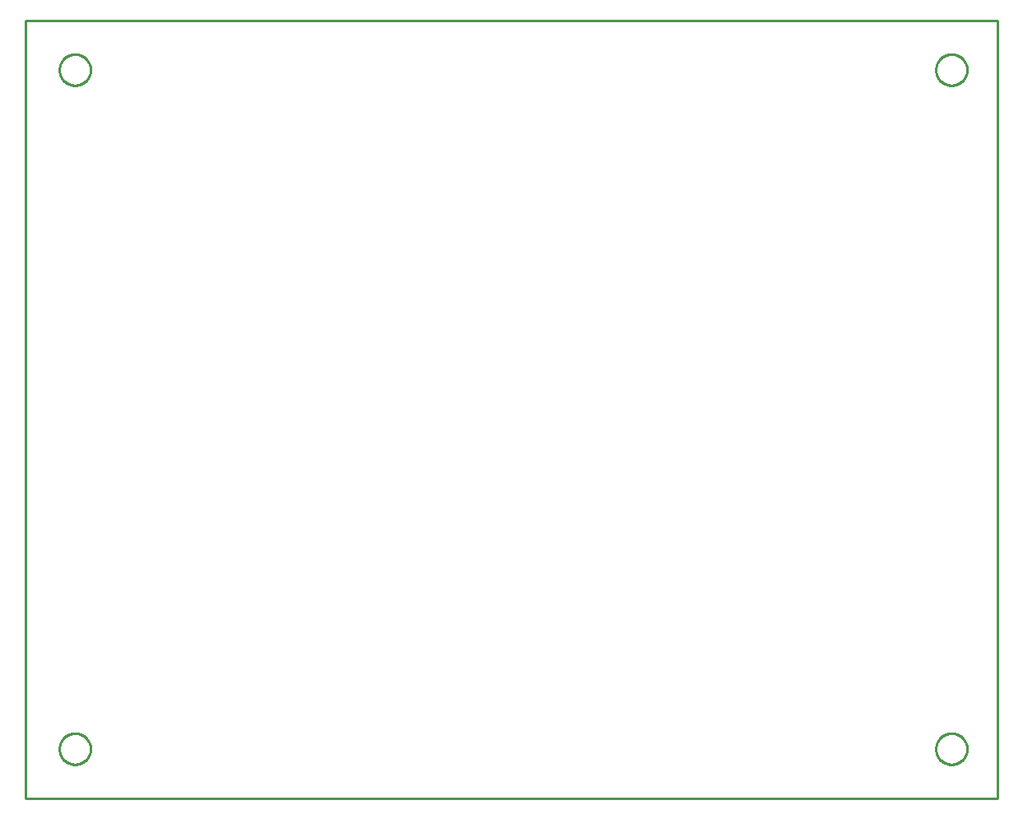
<source format=gbr>
G04 EAGLE Gerber RS-274X export*
G75*
%MOMM*%
%FSLAX34Y34*%
%LPD*%
%IN*%
%IPPOS*%
%AMOC8*
5,1,8,0,0,1.08239X$1,22.5*%
G01*
%ADD10C,0.254000*%


D10*
X0Y0D02*
X1000000Y0D01*
X1000000Y800000D01*
X0Y800000D01*
X0Y0D01*
X66800Y748776D02*
X66732Y747731D01*
X66595Y746692D01*
X66390Y745665D01*
X66119Y744653D01*
X65783Y743661D01*
X65382Y742693D01*
X64918Y741754D01*
X64395Y740846D01*
X63813Y739975D01*
X63175Y739144D01*
X62484Y738357D01*
X61743Y737616D01*
X60956Y736925D01*
X60125Y736288D01*
X59254Y735706D01*
X58346Y735182D01*
X57407Y734718D01*
X56439Y734317D01*
X55447Y733981D01*
X54435Y733710D01*
X53408Y733505D01*
X52369Y733369D01*
X51324Y733300D01*
X50276Y733300D01*
X49231Y733369D01*
X48192Y733505D01*
X47165Y733710D01*
X46153Y733981D01*
X45161Y734317D01*
X44193Y734718D01*
X43254Y735182D01*
X42346Y735706D01*
X41475Y736288D01*
X40644Y736925D01*
X39857Y737616D01*
X39116Y738357D01*
X38425Y739144D01*
X37788Y739975D01*
X37206Y740846D01*
X36682Y741754D01*
X36218Y742693D01*
X35817Y743661D01*
X35481Y744653D01*
X35210Y745665D01*
X35005Y746692D01*
X34869Y747731D01*
X34800Y748776D01*
X34800Y749824D01*
X34869Y750869D01*
X35005Y751908D01*
X35210Y752935D01*
X35481Y753947D01*
X35817Y754939D01*
X36218Y755907D01*
X36682Y756846D01*
X37206Y757754D01*
X37788Y758625D01*
X38425Y759456D01*
X39116Y760243D01*
X39857Y760984D01*
X40644Y761675D01*
X41475Y762313D01*
X42346Y762895D01*
X43254Y763418D01*
X44193Y763882D01*
X45161Y764283D01*
X46153Y764619D01*
X47165Y764890D01*
X48192Y765095D01*
X49231Y765232D01*
X50276Y765300D01*
X51324Y765300D01*
X52369Y765232D01*
X53408Y765095D01*
X54435Y764890D01*
X55447Y764619D01*
X56439Y764283D01*
X57407Y763882D01*
X58346Y763418D01*
X59254Y762895D01*
X60125Y762313D01*
X60956Y761675D01*
X61743Y760984D01*
X62484Y760243D01*
X63175Y759456D01*
X63813Y758625D01*
X64395Y757754D01*
X64918Y756846D01*
X65382Y755907D01*
X65783Y754939D01*
X66119Y753947D01*
X66390Y752935D01*
X66595Y751908D01*
X66732Y750869D01*
X66800Y749824D01*
X66800Y748776D01*
X968500Y748776D02*
X968432Y747731D01*
X968295Y746692D01*
X968090Y745665D01*
X967819Y744653D01*
X967483Y743661D01*
X967082Y742693D01*
X966618Y741754D01*
X966095Y740846D01*
X965513Y739975D01*
X964875Y739144D01*
X964184Y738357D01*
X963443Y737616D01*
X962656Y736925D01*
X961825Y736288D01*
X960954Y735706D01*
X960046Y735182D01*
X959107Y734718D01*
X958139Y734317D01*
X957147Y733981D01*
X956135Y733710D01*
X955108Y733505D01*
X954069Y733369D01*
X953024Y733300D01*
X951976Y733300D01*
X950931Y733369D01*
X949892Y733505D01*
X948865Y733710D01*
X947853Y733981D01*
X946861Y734317D01*
X945893Y734718D01*
X944954Y735182D01*
X944046Y735706D01*
X943175Y736288D01*
X942344Y736925D01*
X941557Y737616D01*
X940816Y738357D01*
X940125Y739144D01*
X939488Y739975D01*
X938906Y740846D01*
X938382Y741754D01*
X937918Y742693D01*
X937517Y743661D01*
X937181Y744653D01*
X936910Y745665D01*
X936705Y746692D01*
X936569Y747731D01*
X936500Y748776D01*
X936500Y749824D01*
X936569Y750869D01*
X936705Y751908D01*
X936910Y752935D01*
X937181Y753947D01*
X937517Y754939D01*
X937918Y755907D01*
X938382Y756846D01*
X938906Y757754D01*
X939488Y758625D01*
X940125Y759456D01*
X940816Y760243D01*
X941557Y760984D01*
X942344Y761675D01*
X943175Y762313D01*
X944046Y762895D01*
X944954Y763418D01*
X945893Y763882D01*
X946861Y764283D01*
X947853Y764619D01*
X948865Y764890D01*
X949892Y765095D01*
X950931Y765232D01*
X951976Y765300D01*
X953024Y765300D01*
X954069Y765232D01*
X955108Y765095D01*
X956135Y764890D01*
X957147Y764619D01*
X958139Y764283D01*
X959107Y763882D01*
X960046Y763418D01*
X960954Y762895D01*
X961825Y762313D01*
X962656Y761675D01*
X963443Y760984D01*
X964184Y760243D01*
X964875Y759456D01*
X965513Y758625D01*
X966095Y757754D01*
X966618Y756846D01*
X967082Y755907D01*
X967483Y754939D01*
X967819Y753947D01*
X968090Y752935D01*
X968295Y751908D01*
X968432Y750869D01*
X968500Y749824D01*
X968500Y748776D01*
X66800Y50276D02*
X66732Y49231D01*
X66595Y48192D01*
X66390Y47165D01*
X66119Y46153D01*
X65783Y45161D01*
X65382Y44193D01*
X64918Y43254D01*
X64395Y42346D01*
X63813Y41475D01*
X63175Y40644D01*
X62484Y39857D01*
X61743Y39116D01*
X60956Y38425D01*
X60125Y37788D01*
X59254Y37206D01*
X58346Y36682D01*
X57407Y36218D01*
X56439Y35817D01*
X55447Y35481D01*
X54435Y35210D01*
X53408Y35005D01*
X52369Y34869D01*
X51324Y34800D01*
X50276Y34800D01*
X49231Y34869D01*
X48192Y35005D01*
X47165Y35210D01*
X46153Y35481D01*
X45161Y35817D01*
X44193Y36218D01*
X43254Y36682D01*
X42346Y37206D01*
X41475Y37788D01*
X40644Y38425D01*
X39857Y39116D01*
X39116Y39857D01*
X38425Y40644D01*
X37788Y41475D01*
X37206Y42346D01*
X36682Y43254D01*
X36218Y44193D01*
X35817Y45161D01*
X35481Y46153D01*
X35210Y47165D01*
X35005Y48192D01*
X34869Y49231D01*
X34800Y50276D01*
X34800Y51324D01*
X34869Y52369D01*
X35005Y53408D01*
X35210Y54435D01*
X35481Y55447D01*
X35817Y56439D01*
X36218Y57407D01*
X36682Y58346D01*
X37206Y59254D01*
X37788Y60125D01*
X38425Y60956D01*
X39116Y61743D01*
X39857Y62484D01*
X40644Y63175D01*
X41475Y63813D01*
X42346Y64395D01*
X43254Y64918D01*
X44193Y65382D01*
X45161Y65783D01*
X46153Y66119D01*
X47165Y66390D01*
X48192Y66595D01*
X49231Y66732D01*
X50276Y66800D01*
X51324Y66800D01*
X52369Y66732D01*
X53408Y66595D01*
X54435Y66390D01*
X55447Y66119D01*
X56439Y65783D01*
X57407Y65382D01*
X58346Y64918D01*
X59254Y64395D01*
X60125Y63813D01*
X60956Y63175D01*
X61743Y62484D01*
X62484Y61743D01*
X63175Y60956D01*
X63813Y60125D01*
X64395Y59254D01*
X64918Y58346D01*
X65382Y57407D01*
X65783Y56439D01*
X66119Y55447D01*
X66390Y54435D01*
X66595Y53408D01*
X66732Y52369D01*
X66800Y51324D01*
X66800Y50276D01*
X968500Y50276D02*
X968432Y49231D01*
X968295Y48192D01*
X968090Y47165D01*
X967819Y46153D01*
X967483Y45161D01*
X967082Y44193D01*
X966618Y43254D01*
X966095Y42346D01*
X965513Y41475D01*
X964875Y40644D01*
X964184Y39857D01*
X963443Y39116D01*
X962656Y38425D01*
X961825Y37788D01*
X960954Y37206D01*
X960046Y36682D01*
X959107Y36218D01*
X958139Y35817D01*
X957147Y35481D01*
X956135Y35210D01*
X955108Y35005D01*
X954069Y34869D01*
X953024Y34800D01*
X951976Y34800D01*
X950931Y34869D01*
X949892Y35005D01*
X948865Y35210D01*
X947853Y35481D01*
X946861Y35817D01*
X945893Y36218D01*
X944954Y36682D01*
X944046Y37206D01*
X943175Y37788D01*
X942344Y38425D01*
X941557Y39116D01*
X940816Y39857D01*
X940125Y40644D01*
X939488Y41475D01*
X938906Y42346D01*
X938382Y43254D01*
X937918Y44193D01*
X937517Y45161D01*
X937181Y46153D01*
X936910Y47165D01*
X936705Y48192D01*
X936569Y49231D01*
X936500Y50276D01*
X936500Y51324D01*
X936569Y52369D01*
X936705Y53408D01*
X936910Y54435D01*
X937181Y55447D01*
X937517Y56439D01*
X937918Y57407D01*
X938382Y58346D01*
X938906Y59254D01*
X939488Y60125D01*
X940125Y60956D01*
X940816Y61743D01*
X941557Y62484D01*
X942344Y63175D01*
X943175Y63813D01*
X944046Y64395D01*
X944954Y64918D01*
X945893Y65382D01*
X946861Y65783D01*
X947853Y66119D01*
X948865Y66390D01*
X949892Y66595D01*
X950931Y66732D01*
X951976Y66800D01*
X953024Y66800D01*
X954069Y66732D01*
X955108Y66595D01*
X956135Y66390D01*
X957147Y66119D01*
X958139Y65783D01*
X959107Y65382D01*
X960046Y64918D01*
X960954Y64395D01*
X961825Y63813D01*
X962656Y63175D01*
X963443Y62484D01*
X964184Y61743D01*
X964875Y60956D01*
X965513Y60125D01*
X966095Y59254D01*
X966618Y58346D01*
X967082Y57407D01*
X967483Y56439D01*
X967819Y55447D01*
X968090Y54435D01*
X968295Y53408D01*
X968432Y52369D01*
X968500Y51324D01*
X968500Y50276D01*
M02*

</source>
